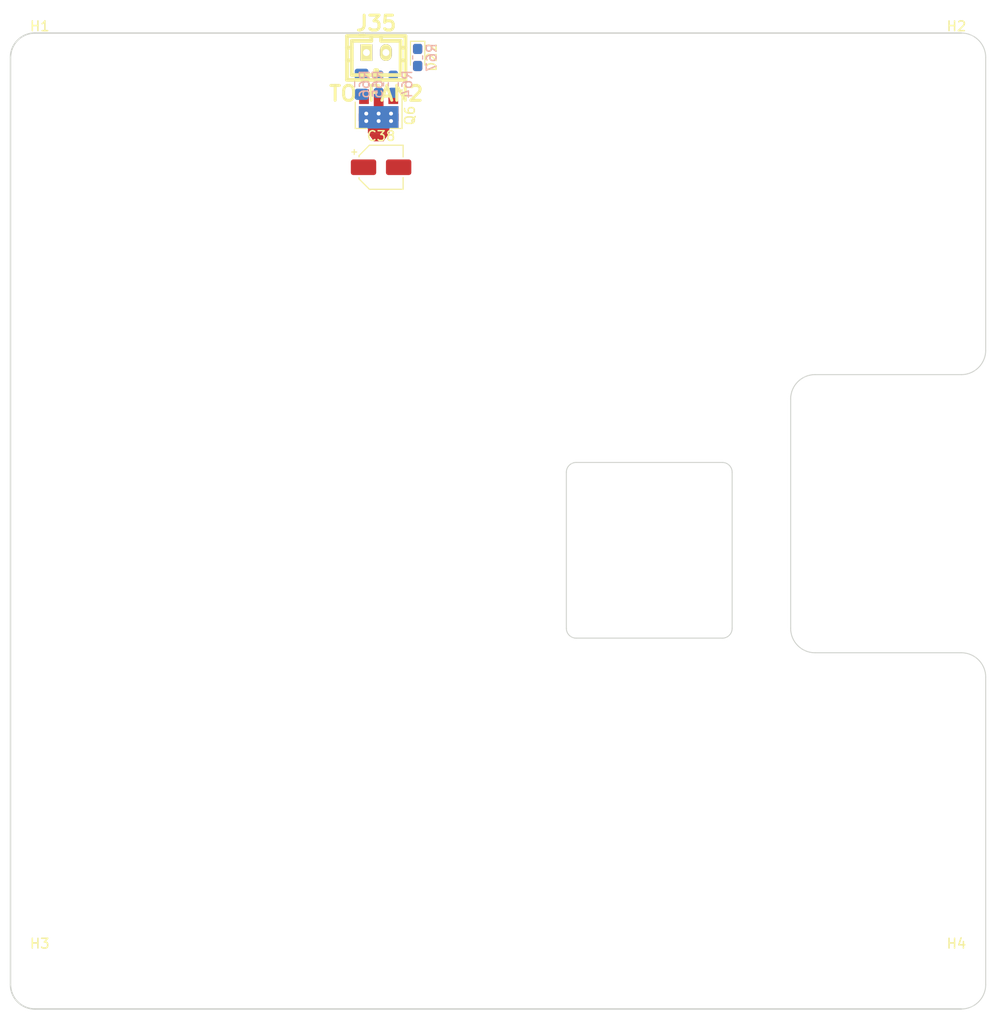
<source format=kicad_pcb>
(kicad_pcb (version 20171130) (host pcbnew 5.0.2-bee76a0~70~ubuntu18.04.1)

  (general
    (thickness 1.6)
    (drawings 24)
    (tracks 0)
    (zones 0)
    (modules 12)
    (nets 8)
  )

  (page A4)
  (layers
    (0 F.Cu signal)
    (31 B.Cu signal)
    (32 B.Adhes user)
    (33 F.Adhes user)
    (34 B.Paste user)
    (35 F.Paste user)
    (36 B.SilkS user)
    (37 F.SilkS user)
    (38 B.Mask user)
    (39 F.Mask user)
    (40 Dwgs.User user)
    (41 Cmts.User user)
    (42 Eco1.User user)
    (43 Eco2.User user)
    (44 Edge.Cuts user)
    (45 Margin user)
    (46 B.CrtYd user)
    (47 F.CrtYd user)
    (48 B.Fab user)
    (49 F.Fab user)
  )

  (setup
    (last_trace_width 0.25)
    (trace_clearance 0.2)
    (zone_clearance 0.508)
    (zone_45_only no)
    (trace_min 0.2)
    (segment_width 0.2)
    (edge_width 0.1)
    (via_size 0.8)
    (via_drill 0.4)
    (via_min_size 0.4)
    (via_min_drill 0.3)
    (uvia_size 0.3)
    (uvia_drill 0.1)
    (uvias_allowed no)
    (uvia_min_size 0.2)
    (uvia_min_drill 0.1)
    (pcb_text_width 0.3)
    (pcb_text_size 1.5 1.5)
    (mod_edge_width 0.15)
    (mod_text_size 1 1)
    (mod_text_width 0.15)
    (pad_size 1.5 1.5)
    (pad_drill 0.6)
    (pad_to_mask_clearance 0)
    (solder_mask_min_width 0.25)
    (aux_axis_origin 0 0)
    (visible_elements FFFFFF7F)
    (pcbplotparams
      (layerselection 0x010fc_ffffffff)
      (usegerberextensions false)
      (usegerberattributes false)
      (usegerberadvancedattributes false)
      (creategerberjobfile false)
      (excludeedgelayer true)
      (linewidth 0.100000)
      (plotframeref false)
      (viasonmask false)
      (mode 1)
      (useauxorigin false)
      (hpglpennumber 1)
      (hpglpenspeed 20)
      (hpglpendiameter 15.000000)
      (psnegative false)
      (psa4output false)
      (plotreference true)
      (plotvalue true)
      (plotinvisibletext false)
      (padsonsilk false)
      (subtractmaskfromsilk false)
      (outputformat 1)
      (mirror false)
      (drillshape 1)
      (scaleselection 1)
      (outputdirectory ""))
  )

  (net 0 "")
  (net 1 GND)
  (net 2 +12V)
  (net 3 "Net-(Q6-Pad2)")
  (net 4 "Net-(Q6-Pad1)")
  (net 5 "Net-(D22-Pad2)")
  (net 6 "Net-(C38-Pad2)")
  (net 7 /FAN_EN)

  (net_class Default "This is the default net class."
    (clearance 0.2)
    (trace_width 0.25)
    (via_dia 0.8)
    (via_drill 0.4)
    (uvia_dia 0.3)
    (uvia_drill 0.1)
    (add_net +12V)
    (add_net /FAN_EN)
    (add_net GND)
    (add_net "Net-(C38-Pad2)")
    (add_net "Net-(D22-Pad2)")
    (add_net "Net-(Q6-Pad1)")
    (add_net "Net-(Q6-Pad2)")
  )

  (module Capacitor_SMD:CP_Elec_4x5.3 (layer F.Cu) (tedit 5BCA39CF) (tstamp 5CE901FC)
    (at 38 13.75)
    (descr "SMD capacitor, aluminum electrolytic, Vishay, 4.0x5.3mm")
    (tags "capacitor electrolytic")
    (path /5CCBFCA7)
    (attr smd)
    (fp_text reference C38 (at 0 -3.2) (layer F.SilkS)
      (effects (font (size 1 1) (thickness 0.15)))
    )
    (fp_text value CP1uf,50V (at 0 3.2) (layer F.Fab)
      (effects (font (size 1 1) (thickness 0.15)))
    )
    (fp_circle (center 0 0) (end 2 0) (layer F.Fab) (width 0.1))
    (fp_line (start 2.15 -2.15) (end 2.15 2.15) (layer F.Fab) (width 0.1))
    (fp_line (start -1.15 -2.15) (end 2.15 -2.15) (layer F.Fab) (width 0.1))
    (fp_line (start -1.15 2.15) (end 2.15 2.15) (layer F.Fab) (width 0.1))
    (fp_line (start -2.15 -1.15) (end -2.15 1.15) (layer F.Fab) (width 0.1))
    (fp_line (start -2.15 -1.15) (end -1.15 -2.15) (layer F.Fab) (width 0.1))
    (fp_line (start -2.15 1.15) (end -1.15 2.15) (layer F.Fab) (width 0.1))
    (fp_line (start -1.574773 -1) (end -1.174773 -1) (layer F.Fab) (width 0.1))
    (fp_line (start -1.374773 -1.2) (end -1.374773 -0.8) (layer F.Fab) (width 0.1))
    (fp_line (start 2.26 2.26) (end 2.26 1.06) (layer F.SilkS) (width 0.12))
    (fp_line (start 2.26 -2.26) (end 2.26 -1.06) (layer F.SilkS) (width 0.12))
    (fp_line (start -1.195563 -2.26) (end 2.26 -2.26) (layer F.SilkS) (width 0.12))
    (fp_line (start -1.195563 2.26) (end 2.26 2.26) (layer F.SilkS) (width 0.12))
    (fp_line (start -2.26 1.195563) (end -2.26 1.06) (layer F.SilkS) (width 0.12))
    (fp_line (start -2.26 -1.195563) (end -2.26 -1.06) (layer F.SilkS) (width 0.12))
    (fp_line (start -2.26 -1.195563) (end -1.195563 -2.26) (layer F.SilkS) (width 0.12))
    (fp_line (start -2.26 1.195563) (end -1.195563 2.26) (layer F.SilkS) (width 0.12))
    (fp_line (start -3 -1.56) (end -2.5 -1.56) (layer F.SilkS) (width 0.12))
    (fp_line (start -2.75 -1.81) (end -2.75 -1.31) (layer F.SilkS) (width 0.12))
    (fp_line (start 2.4 -2.4) (end 2.4 -1.05) (layer F.CrtYd) (width 0.05))
    (fp_line (start 2.4 -1.05) (end 3.35 -1.05) (layer F.CrtYd) (width 0.05))
    (fp_line (start 3.35 -1.05) (end 3.35 1.05) (layer F.CrtYd) (width 0.05))
    (fp_line (start 3.35 1.05) (end 2.4 1.05) (layer F.CrtYd) (width 0.05))
    (fp_line (start 2.4 1.05) (end 2.4 2.4) (layer F.CrtYd) (width 0.05))
    (fp_line (start -1.25 2.4) (end 2.4 2.4) (layer F.CrtYd) (width 0.05))
    (fp_line (start -1.25 -2.4) (end 2.4 -2.4) (layer F.CrtYd) (width 0.05))
    (fp_line (start -2.4 1.25) (end -1.25 2.4) (layer F.CrtYd) (width 0.05))
    (fp_line (start -2.4 -1.25) (end -1.25 -2.4) (layer F.CrtYd) (width 0.05))
    (fp_line (start -2.4 -1.25) (end -2.4 -1.05) (layer F.CrtYd) (width 0.05))
    (fp_line (start -2.4 1.05) (end -2.4 1.25) (layer F.CrtYd) (width 0.05))
    (fp_line (start -2.4 -1.05) (end -3.35 -1.05) (layer F.CrtYd) (width 0.05))
    (fp_line (start -3.35 -1.05) (end -3.35 1.05) (layer F.CrtYd) (width 0.05))
    (fp_line (start -3.35 1.05) (end -2.4 1.05) (layer F.CrtYd) (width 0.05))
    (fp_text user %R (at 0 0) (layer F.Fab)
      (effects (font (size 0.8 0.8) (thickness 0.12)))
    )
    (pad 1 smd roundrect (at -1.8 0) (size 2.6 1.6) (layers F.Cu F.Paste F.Mask) (roundrect_rratio 0.15625)
      (net 2 +12V))
    (pad 2 smd roundrect (at 1.8 0) (size 2.6 1.6) (layers F.Cu F.Paste F.Mask) (roundrect_rratio 0.15625)
      (net 6 "Net-(C38-Pad2)"))
    (model ${KISYS3DMOD}/Capacitor_SMD.3dshapes/CP_Elec_4x5.3.wrl
      (at (xyz 0 0 0))
      (scale (xyz 1 1 1))
      (rotate (xyz 0 0 0))
    )
  )

  (module MountingHole:MountingHole_2.7mm_M2.5 locked (layer F.Cu) (tedit 5CC9656A) (tstamp 5CC97AE5)
    (at 3 97)
    (descr "Mounting Hole 2.7mm, no annular, M2.5")
    (tags "mounting hole 2.7mm no annular m2.5")
    (path /5CC19E46)
    (attr virtual)
    (fp_text reference H3 (at 0 -3.7) (layer F.SilkS)
      (effects (font (size 1 1) (thickness 0.15)))
    )
    (fp_text value MOUNT_M3 (at 0 3.7) (layer F.Fab)
      (effects (font (size 1 1) (thickness 0.15)))
    )
    (fp_text user %R (at 0.3 0) (layer F.Fab)
      (effects (font (size 1 1) (thickness 0.15)))
    )
    (fp_circle (center 0 0) (end 2.7 0) (layer Cmts.User) (width 0.15))
    (fp_circle (center 0 0) (end 2.95 0) (layer F.CrtYd) (width 0.05))
    (pad 1 np_thru_hole circle (at 0 0) (size 2.7 2.7) (drill 2.7) (layers *.Cu *.Mask))
  )

  (module MountingHole:MountingHole_2.7mm_M2.5 locked (layer F.Cu) (tedit 5CC96570) (tstamp 5CCDA043)
    (at 97 97)
    (descr "Mounting Hole 2.7mm, no annular, M2.5")
    (tags "mounting hole 2.7mm no annular m2.5")
    (path /5CC19EB8)
    (attr virtual)
    (fp_text reference H4 (at 0 -3.7) (layer F.SilkS)
      (effects (font (size 1 1) (thickness 0.15)))
    )
    (fp_text value MOUNT_M3 (at 0 3.7) (layer F.Fab)
      (effects (font (size 1 1) (thickness 0.15)))
    )
    (fp_text user %R (at 0.3 0) (layer F.Fab)
      (effects (font (size 1 1) (thickness 0.15)))
    )
    (fp_circle (center 0 0) (end 2.7 0) (layer Cmts.User) (width 0.15))
    (fp_circle (center 0 0) (end 2.95 0) (layer F.CrtYd) (width 0.05))
    (pad 1 np_thru_hole circle (at 0 0) (size 2.7 2.7) (drill 2.7) (layers *.Cu *.Mask))
  )

  (module MountingHole:MountingHole_2.7mm_M2.5 locked (layer F.Cu) (tedit 5CC9655B) (tstamp 5CCDA043)
    (at 3 3)
    (descr "Mounting Hole 2.7mm, no annular, M2.5")
    (tags "mounting hole 2.7mm no annular m2.5")
    (path /5CC19F6E)
    (attr virtual)
    (fp_text reference H1 (at 0 -3.7) (layer F.SilkS)
      (effects (font (size 1 1) (thickness 0.15)))
    )
    (fp_text value MOUNT_M3 (at 0 3.7) (layer F.Fab)
      (effects (font (size 1 1) (thickness 0.15)))
    )
    (fp_text user %R (at 0.3 0) (layer F.Fab)
      (effects (font (size 1 1) (thickness 0.15)))
    )
    (fp_circle (center 0 0) (end 2.7 0) (layer Cmts.User) (width 0.15))
    (fp_circle (center 0 0) (end 2.95 0) (layer F.CrtYd) (width 0.05))
    (pad 1 np_thru_hole circle (at 0 0) (size 2.7 2.7) (drill 2.7) (layers *.Cu *.Mask))
  )

  (module MountingHole:MountingHole_2.7mm_M2.5 locked (layer F.Cu) (tedit 5CC96563) (tstamp 5CCD93C2)
    (at 97 3)
    (descr "Mounting Hole 2.7mm, no annular, M2.5")
    (tags "mounting hole 2.7mm no annular m2.5")
    (path /5CC19F4A)
    (attr virtual)
    (fp_text reference H2 (at 0 -3.7) (layer F.SilkS)
      (effects (font (size 1 1) (thickness 0.15)))
    )
    (fp_text value MOUNT_M3 (at 0 3.7) (layer F.Fab)
      (effects (font (size 1 1) (thickness 0.15)))
    )
    (fp_circle (center 0 0) (end 2.95 0) (layer F.CrtYd) (width 0.05))
    (fp_circle (center 0 0) (end 2.7 0) (layer Cmts.User) (width 0.15))
    (fp_text user %R (at 0.3 0) (layer F.Fab)
      (effects (font (size 1 1) (thickness 0.15)))
    )
    (pad 1 np_thru_hole circle (at 0 0) (size 2.7 2.7) (drill 2.7) (layers *.Cu *.Mask))
  )

  (module LED_SMD:LED_0603_1608Metric_Pad1.05x0.95mm_HandSolder (layer F.Cu) (tedit 5B4B45C9) (tstamp 5CCAA526)
    (at 41.75 2.5 270)
    (descr "LED SMD 0603 (1608 Metric), square (rectangular) end terminal, IPC_7351 nominal, (Body size source: http://www.tortai-tech.com/upload/download/2011102023233369053.pdf), generated with kicad-footprint-generator")
    (tags "LED handsolder")
    (path /5CC24377)
    (attr smd)
    (fp_text reference D22 (at 0 -1.43 270) (layer F.SilkS)
      (effects (font (size 1 1) (thickness 0.15)))
    )
    (fp_text value LED_BLUE,0603 (at 0 1.43 270) (layer F.Fab)
      (effects (font (size 1 1) (thickness 0.15)))
    )
    (fp_line (start 0.8 -0.4) (end -0.5 -0.4) (layer F.Fab) (width 0.1))
    (fp_line (start -0.5 -0.4) (end -0.8 -0.1) (layer F.Fab) (width 0.1))
    (fp_line (start -0.8 -0.1) (end -0.8 0.4) (layer F.Fab) (width 0.1))
    (fp_line (start -0.8 0.4) (end 0.8 0.4) (layer F.Fab) (width 0.1))
    (fp_line (start 0.8 0.4) (end 0.8 -0.4) (layer F.Fab) (width 0.1))
    (fp_line (start 0.8 -0.735) (end -1.66 -0.735) (layer F.SilkS) (width 0.12))
    (fp_line (start -1.66 -0.735) (end -1.66 0.735) (layer F.SilkS) (width 0.12))
    (fp_line (start -1.66 0.735) (end 0.8 0.735) (layer F.SilkS) (width 0.12))
    (fp_line (start -1.65 0.73) (end -1.65 -0.73) (layer F.CrtYd) (width 0.05))
    (fp_line (start -1.65 -0.73) (end 1.65 -0.73) (layer F.CrtYd) (width 0.05))
    (fp_line (start 1.65 -0.73) (end 1.65 0.73) (layer F.CrtYd) (width 0.05))
    (fp_line (start 1.65 0.73) (end -1.65 0.73) (layer F.CrtYd) (width 0.05))
    (fp_text user %R (at 0 0 270) (layer F.Fab)
      (effects (font (size 0.4 0.4) (thickness 0.06)))
    )
    (pad 1 smd roundrect (at -0.875 0 270) (size 1.05 0.95) (layers F.Cu F.Paste F.Mask) (roundrect_rratio 0.25)
      (net 6 "Net-(C38-Pad2)"))
    (pad 2 smd roundrect (at 0.875 0 270) (size 1.05 0.95) (layers F.Cu F.Paste F.Mask) (roundrect_rratio 0.25)
      (net 5 "Net-(D22-Pad2)"))
    (model ${KISYS3DMOD}/LED_SMD.3dshapes/LED_0603_1608Metric.wrl
      (at (xyz 0 0 0))
      (scale (xyz 1 1 1))
      (rotate (xyz 0 0 0))
    )
  )

  (module Resistor_SMD:R_0603_1608Metric_Pad1.05x0.95mm_HandSolder (layer B.Cu) (tedit 5B301BBD) (tstamp 5CCAA169)
    (at 39.25 5.25 90)
    (descr "Resistor SMD 0603 (1608 Metric), square (rectangular) end terminal, IPC_7351 nominal with elongated pad for handsoldering. (Body size source: http://www.tortai-tech.com/upload/download/2011102023233369053.pdf), generated with kicad-footprint-generator")
    (tags "resistor handsolder")
    (path /5CC8A043)
    (attr smd)
    (fp_text reference R64 (at 0 1.43 90) (layer B.SilkS)
      (effects (font (size 1 1) (thickness 0.15)) (justify mirror))
    )
    (fp_text value R100,0805 (at 0 -1.43 90) (layer B.Fab)
      (effects (font (size 1 1) (thickness 0.15)) (justify mirror))
    )
    (fp_text user %R (at 0 0 90) (layer B.Fab)
      (effects (font (size 0.4 0.4) (thickness 0.06)) (justify mirror))
    )
    (fp_line (start 1.65 -0.73) (end -1.65 -0.73) (layer B.CrtYd) (width 0.05))
    (fp_line (start 1.65 0.73) (end 1.65 -0.73) (layer B.CrtYd) (width 0.05))
    (fp_line (start -1.65 0.73) (end 1.65 0.73) (layer B.CrtYd) (width 0.05))
    (fp_line (start -1.65 -0.73) (end -1.65 0.73) (layer B.CrtYd) (width 0.05))
    (fp_line (start -0.171267 -0.51) (end 0.171267 -0.51) (layer B.SilkS) (width 0.12))
    (fp_line (start -0.171267 0.51) (end 0.171267 0.51) (layer B.SilkS) (width 0.12))
    (fp_line (start 0.8 -0.4) (end -0.8 -0.4) (layer B.Fab) (width 0.1))
    (fp_line (start 0.8 0.4) (end 0.8 -0.4) (layer B.Fab) (width 0.1))
    (fp_line (start -0.8 0.4) (end 0.8 0.4) (layer B.Fab) (width 0.1))
    (fp_line (start -0.8 -0.4) (end -0.8 0.4) (layer B.Fab) (width 0.1))
    (pad 2 smd roundrect (at 0.875 0 90) (size 1.05 0.95) (layers B.Cu B.Paste B.Mask) (roundrect_rratio 0.25)
      (net 7 /FAN_EN))
    (pad 1 smd roundrect (at -0.875 0 90) (size 1.05 0.95) (layers B.Cu B.Paste B.Mask) (roundrect_rratio 0.25)
      (net 4 "Net-(Q6-Pad1)"))
    (model ${KISYS3DMOD}/Resistor_SMD.3dshapes/R_0603_1608Metric.wrl
      (at (xyz 0 0 0))
      (scale (xyz 1 1 1))
      (rotate (xyz 0 0 0))
    )
  )

  (module Resistor_SMD:R_0603_1608Metric_Pad1.05x0.95mm_HandSolder (layer B.Cu) (tedit 5B301BBD) (tstamp 5CCAA158)
    (at 37.75 5.25 270)
    (descr "Resistor SMD 0603 (1608 Metric), square (rectangular) end terminal, IPC_7351 nominal with elongated pad for handsoldering. (Body size source: http://www.tortai-tech.com/upload/download/2011102023233369053.pdf), generated with kicad-footprint-generator")
    (tags "resistor handsolder")
    (path /5CC88B15)
    (attr smd)
    (fp_text reference R66 (at 0 1.43 270) (layer B.SilkS)
      (effects (font (size 1 1) (thickness 0.15)) (justify mirror))
    )
    (fp_text value R100,0603 (at 0 -1.43 270) (layer B.Fab)
      (effects (font (size 1 1) (thickness 0.15)) (justify mirror))
    )
    (fp_line (start -0.8 -0.4) (end -0.8 0.4) (layer B.Fab) (width 0.1))
    (fp_line (start -0.8 0.4) (end 0.8 0.4) (layer B.Fab) (width 0.1))
    (fp_line (start 0.8 0.4) (end 0.8 -0.4) (layer B.Fab) (width 0.1))
    (fp_line (start 0.8 -0.4) (end -0.8 -0.4) (layer B.Fab) (width 0.1))
    (fp_line (start -0.171267 0.51) (end 0.171267 0.51) (layer B.SilkS) (width 0.12))
    (fp_line (start -0.171267 -0.51) (end 0.171267 -0.51) (layer B.SilkS) (width 0.12))
    (fp_line (start -1.65 -0.73) (end -1.65 0.73) (layer B.CrtYd) (width 0.05))
    (fp_line (start -1.65 0.73) (end 1.65 0.73) (layer B.CrtYd) (width 0.05))
    (fp_line (start 1.65 0.73) (end 1.65 -0.73) (layer B.CrtYd) (width 0.05))
    (fp_line (start 1.65 -0.73) (end -1.65 -0.73) (layer B.CrtYd) (width 0.05))
    (fp_text user %R (at 0 0 270) (layer B.Fab)
      (effects (font (size 0.4 0.4) (thickness 0.06)) (justify mirror))
    )
    (pad 1 smd roundrect (at -0.875 0 270) (size 1.05 0.95) (layers B.Cu B.Paste B.Mask) (roundrect_rratio 0.25)
      (net 6 "Net-(C38-Pad2)"))
    (pad 2 smd roundrect (at 0.875 0 270) (size 1.05 0.95) (layers B.Cu B.Paste B.Mask) (roundrect_rratio 0.25)
      (net 3 "Net-(Q6-Pad2)"))
    (model ${KISYS3DMOD}/Resistor_SMD.3dshapes/R_0603_1608Metric.wrl
      (at (xyz 0 0 0))
      (scale (xyz 1 1 1))
      (rotate (xyz 0 0 0))
    )
  )

  (module Resistor_SMD:R_0603_1608Metric_Pad1.05x0.95mm_HandSolder (layer B.Cu) (tedit 5B301BBD) (tstamp 5CCAA147)
    (at 41.75 2.5 90)
    (descr "Resistor SMD 0603 (1608 Metric), square (rectangular) end terminal, IPC_7351 nominal with elongated pad for handsoldering. (Body size source: http://www.tortai-tech.com/upload/download/2011102023233369053.pdf), generated with kicad-footprint-generator")
    (tags "resistor handsolder")
    (path /5CC8A036)
    (attr smd)
    (fp_text reference R67 (at 0 1.43 90) (layer B.SilkS)
      (effects (font (size 1 1) (thickness 0.15)) (justify mirror))
    )
    (fp_text value R182,0603 (at 0 -1.43 90) (layer B.Fab)
      (effects (font (size 1 1) (thickness 0.15)) (justify mirror))
    )
    (fp_text user %R (at 0 0 90) (layer B.Fab)
      (effects (font (size 0.4 0.4) (thickness 0.06)) (justify mirror))
    )
    (fp_line (start 1.65 -0.73) (end -1.65 -0.73) (layer B.CrtYd) (width 0.05))
    (fp_line (start 1.65 0.73) (end 1.65 -0.73) (layer B.CrtYd) (width 0.05))
    (fp_line (start -1.65 0.73) (end 1.65 0.73) (layer B.CrtYd) (width 0.05))
    (fp_line (start -1.65 -0.73) (end -1.65 0.73) (layer B.CrtYd) (width 0.05))
    (fp_line (start -0.171267 -0.51) (end 0.171267 -0.51) (layer B.SilkS) (width 0.12))
    (fp_line (start -0.171267 0.51) (end 0.171267 0.51) (layer B.SilkS) (width 0.12))
    (fp_line (start 0.8 -0.4) (end -0.8 -0.4) (layer B.Fab) (width 0.1))
    (fp_line (start 0.8 0.4) (end 0.8 -0.4) (layer B.Fab) (width 0.1))
    (fp_line (start -0.8 0.4) (end 0.8 0.4) (layer B.Fab) (width 0.1))
    (fp_line (start -0.8 -0.4) (end -0.8 0.4) (layer B.Fab) (width 0.1))
    (pad 2 smd roundrect (at 0.875 0 90) (size 1.05 0.95) (layers B.Cu B.Paste B.Mask) (roundrect_rratio 0.25)
      (net 2 +12V))
    (pad 1 smd roundrect (at -0.875 0 90) (size 1.05 0.95) (layers B.Cu B.Paste B.Mask) (roundrect_rratio 0.25)
      (net 5 "Net-(D22-Pad2)"))
    (model ${KISYS3DMOD}/Resistor_SMD.3dshapes/R_0603_1608Metric.wrl
      (at (xyz 0 0 0))
      (scale (xyz 1 1 1))
      (rotate (xyz 0 0 0))
    )
  )

  (module Resistor_SMD:R_0805_2012Metric_Pad1.15x1.40mm_HandSolder (layer B.Cu) (tedit 5B36C52B) (tstamp 5CCA9EE3)
    (at 36 5.25 90)
    (descr "Resistor SMD 0805 (2012 Metric), square (rectangular) end terminal, IPC_7351 nominal with elongated pad for handsoldering. (Body size source: https://docs.google.com/spreadsheets/d/1BsfQQcO9C6DZCsRaXUlFlo91Tg2WpOkGARC1WS5S8t0/edit?usp=sharing), generated with kicad-footprint-generator")
    (tags "resistor handsolder")
    (path /5CC04D61)
    (attr smd)
    (fp_text reference R65 (at 0 1.65 90) (layer B.SilkS)
      (effects (font (size 1 1) (thickness 0.15)) (justify mirror))
    )
    (fp_text value R104,0805 (at 0 -1.65 90) (layer B.Fab)
      (effects (font (size 1 1) (thickness 0.15)) (justify mirror))
    )
    (fp_text user %R (at 0 0 90) (layer B.Fab)
      (effects (font (size 0.5 0.5) (thickness 0.08)) (justify mirror))
    )
    (fp_line (start 1.85 -0.95) (end -1.85 -0.95) (layer B.CrtYd) (width 0.05))
    (fp_line (start 1.85 0.95) (end 1.85 -0.95) (layer B.CrtYd) (width 0.05))
    (fp_line (start -1.85 0.95) (end 1.85 0.95) (layer B.CrtYd) (width 0.05))
    (fp_line (start -1.85 -0.95) (end -1.85 0.95) (layer B.CrtYd) (width 0.05))
    (fp_line (start -0.261252 -0.71) (end 0.261252 -0.71) (layer B.SilkS) (width 0.12))
    (fp_line (start -0.261252 0.71) (end 0.261252 0.71) (layer B.SilkS) (width 0.12))
    (fp_line (start 1 -0.6) (end -1 -0.6) (layer B.Fab) (width 0.1))
    (fp_line (start 1 0.6) (end 1 -0.6) (layer B.Fab) (width 0.1))
    (fp_line (start -1 0.6) (end 1 0.6) (layer B.Fab) (width 0.1))
    (fp_line (start -1 -0.6) (end -1 0.6) (layer B.Fab) (width 0.1))
    (pad 2 smd roundrect (at 1.025 0 90) (size 1.15 1.4) (layers B.Cu B.Paste B.Mask) (roundrect_rratio 0.217391)
      (net 7 /FAN_EN))
    (pad 1 smd roundrect (at -1.025 0 90) (size 1.15 1.4) (layers B.Cu B.Paste B.Mask) (roundrect_rratio 0.217391)
      (net 1 GND))
    (model ${KISYS3DMOD}/Resistor_SMD.3dshapes/R_0805_2012Metric.wrl
      (at (xyz 0 0 0))
      (scale (xyz 1 1 1))
      (rotate (xyz 0 0 0))
    )
  )

  (module footprint-lib:SOT-89-3,thermal_vias (layer F.Cu) (tedit 5CC92A83) (tstamp 5CCA9C8D)
    (at 37.75 8 270)
    (descr SOT-89-3)
    (tags SOT-89-3)
    (path /5CC8A046)
    (attr smd)
    (fp_text reference Q6 (at 0.45 -3.2 270) (layer F.SilkS)
      (effects (font (size 1 1) (thickness 0.15)))
    )
    (fp_text value D882 (at 0.45 3.25 270) (layer F.Fab)
      (effects (font (size 1 1) (thickness 0.15)))
    )
    (fp_text user %R (at 0.38 0) (layer F.Fab)
      (effects (font (size 0.6 0.6) (thickness 0.09)))
    )
    (fp_line (start 1.78 1.2) (end 1.78 2.4) (layer F.SilkS) (width 0.12))
    (fp_line (start 1.78 2.4) (end -0.92 2.4) (layer F.SilkS) (width 0.12))
    (fp_line (start -2.22 -2.4) (end 1.78 -2.4) (layer F.SilkS) (width 0.12))
    (fp_line (start 1.78 -2.4) (end 1.78 -1.2) (layer F.SilkS) (width 0.12))
    (fp_line (start -0.92 -1.51) (end -0.13 -2.3) (layer F.Fab) (width 0.1))
    (fp_line (start 1.68 -2.3) (end 1.68 2.3) (layer F.Fab) (width 0.1))
    (fp_line (start 1.68 2.3) (end -0.92 2.3) (layer F.Fab) (width 0.1))
    (fp_line (start -0.92 2.3) (end -0.92 -1.51) (layer F.Fab) (width 0.1))
    (fp_line (start -0.13 -2.3) (end 1.68 -2.3) (layer F.Fab) (width 0.1))
    (fp_line (start 3.23 -2.55) (end 3.23 2.55) (layer F.CrtYd) (width 0.05))
    (fp_line (start 3.23 -2.55) (end -2.48 -2.55) (layer F.CrtYd) (width 0.05))
    (fp_line (start -2.48 2.55) (end 3.23 2.55) (layer F.CrtYd) (width 0.05))
    (fp_line (start -2.48 2.55) (end -2.48 -2.55) (layer F.CrtYd) (width 0.05))
    (pad 2 smd trapezoid (at 2.667 0 180) (size 1.6 0.85) (rect_delta 0 0.6 ) (layers F.Cu F.Paste F.Mask)
      (net 3 "Net-(Q6-Pad2)"))
    (pad 1 smd rect (at -1.48 -1.5 180) (size 1 1.5) (layers F.Cu F.Paste F.Mask)
      (net 4 "Net-(Q6-Pad1)"))
    (pad 2 smd rect (at -1.3335 0 180) (size 1 1.8) (layers F.Cu F.Paste F.Mask)
      (net 3 "Net-(Q6-Pad2)"))
    (pad 3 smd rect (at -1.48 1.5 180) (size 1 1.5) (layers F.Cu F.Paste F.Mask)
      (net 1 GND))
    (pad 2 smd rect (at 1.3335 0 180) (size 2.2 1.84) (layers F.Cu F.Paste F.Mask)
      (net 3 "Net-(Q6-Pad2)"))
    (pad 2 smd trapezoid (at -0.0762 0) (size 1.5 1) (rect_delta 0 0.7 ) (layers F.Cu F.Paste F.Mask)
      (net 3 "Net-(Q6-Pad2)"))
    (pad 2 thru_hole rect (at 0.254 0 270) (size 1.524 1.524) (drill 0.4) (layers *.Cu *.Mask)
      (net 3 "Net-(Q6-Pad2)"))
    (pad 2 thru_hole rect (at 0.254 -1.27 270) (size 1.524 1.524) (drill 0.4) (layers *.Cu *.Mask)
      (net 3 "Net-(Q6-Pad2)"))
    (pad 2 thru_hole rect (at 0.254 1.27 270) (size 1.524 1.524) (drill 0.4) (layers *.Cu *.Mask)
      (net 3 "Net-(Q6-Pad2)"))
    (pad 2 thru_hole rect (at 1.016 -1.27 270) (size 1.524 1.524) (drill 0.4) (layers *.Cu *.Mask)
      (net 3 "Net-(Q6-Pad2)"))
    (pad 2 thru_hole rect (at 1.016 0 270) (size 1.524 1.524) (drill 0.4) (layers *.Cu *.Mask)
      (net 3 "Net-(Q6-Pad2)"))
    (pad 2 thru_hole rect (at 1.016 1.27 270) (size 1.524 1.524) (drill 0.4) (layers *.Cu *.Mask)
      (net 3 "Net-(Q6-Pad2)"))
    (model ${KISYS3DMOD}/Package_TO_SOT_SMD.3dshapes/SOT-89-3.wrl
      (at (xyz 0 0 0))
      (scale (xyz 1 1 1))
      (rotate (xyz 0 0 0))
    )
  )

  (module footprint-lib:b2b-ph-kl,fan_pwm_out (layer F.Cu) (tedit 0) (tstamp 5CCA9B7C)
    (at 37.5 2)
    (descr "JST PH series connector, B2B-PH-KL")
    (path /5CC8A034)
    (fp_text reference J35 (at 0 -2.99974) (layer F.SilkS)
      (effects (font (size 1.524 1.524) (thickness 0.3048)))
    )
    (fp_text value "TO FAN2" (at 0 4.20116) (layer F.SilkS)
      (effects (font (size 1.524 1.524) (thickness 0.3048)))
    )
    (fp_line (start -2.99974 2.79908) (end 2.99974 2.79908) (layer F.SilkS) (width 0.381))
    (fp_line (start 2.99974 -1.69926) (end -2.99974 -1.69926) (layer F.SilkS) (width 0.381))
    (fp_line (start -1.6002 -1.89992) (end -1.6002 -1.69926) (layer F.SilkS) (width 0.381))
    (fp_line (start -1.30048 -1.89992) (end -1.6002 -1.89992) (layer F.SilkS) (width 0.381))
    (fp_line (start -1.30048 -1.69926) (end -1.30048 -1.89992) (layer F.SilkS) (width 0.381))
    (fp_line (start 2.99974 -1.69926) (end 2.99974 2.79908) (layer F.SilkS) (width 0.381))
    (fp_line (start -2.99974 -1.69926) (end -2.99974 2.79908) (layer F.SilkS) (width 0.381))
    (fp_line (start 0.50038 -1.19888) (end 0.50038 -1.69926) (layer F.SilkS) (width 0.381))
    (fp_line (start 2.49936 -1.19888) (end 0.50038 -1.19888) (layer F.SilkS) (width 0.381))
    (fp_line (start 2.49936 2.30124) (end 2.49936 -1.19888) (layer F.SilkS) (width 0.381))
    (fp_line (start -2.49936 2.30124) (end 2.49936 2.30124) (layer F.SilkS) (width 0.381))
    (fp_line (start -2.49936 -1.19888) (end -2.49936 2.30124) (layer F.SilkS) (width 0.381))
    (fp_line (start -0.50038 -1.19888) (end -2.49936 -1.19888) (layer F.SilkS) (width 0.381))
    (fp_line (start -0.50038 -1.69926) (end -0.50038 -1.19888) (layer F.SilkS) (width 0.381))
    (fp_line (start -2.49936 -0.50038) (end -2.99974 -0.50038) (layer F.SilkS) (width 0.381))
    (fp_line (start -2.49936 0.8001) (end -2.99974 0.8001) (layer F.SilkS) (width 0.381))
    (fp_line (start 2.49936 0.8001) (end 2.99974 0.8001) (layer F.SilkS) (width 0.381))
    (fp_line (start 2.99974 -0.50038) (end 2.49936 -0.50038) (layer F.SilkS) (width 0.381))
    (fp_line (start 0.09906 1.80086) (end 0.09906 2.30124) (layer F.SilkS) (width 0.381))
    (fp_line (start -0.09906 1.80086) (end 0.09906 1.80086) (layer F.SilkS) (width 0.381))
    (fp_line (start -0.09906 2.30124) (end -0.09906 1.80086) (layer F.SilkS) (width 0.381))
    (pad 2 thru_hole oval (at 1.00076 0) (size 1.19888 1.69926) (drill 0.70104) (layers *.Cu *.Mask F.SilkS)
      (net 6 "Net-(C38-Pad2)"))
    (pad 1 thru_hole rect (at -1.00076 0) (size 1.19888 1.69926) (drill 0.70104) (layers *.Cu *.Mask F.SilkS)
      (net 2 +12V))
    (model ${HOME}/_workspace/kicad/kicad_library/smisioto-footprints/modules/packages3d/walter/conn_jst-ph/b2b-ph-kl.wrl
      (at (xyz 0 0 0))
      (scale (xyz 1 1 1))
      (rotate (xyz 0 0 0))
    )
  )

  (gr_arc (start 73 61) (end 73 62) (angle -90) (layer Edge.Cuts) (width 0.1))
  (gr_arc (start 58 61) (end 57 61) (angle -90) (layer Edge.Cuts) (width 0.1))
  (gr_arc (start 58 45) (end 58 44) (angle -90) (layer Edge.Cuts) (width 0.1))
  (gr_arc (start 73 45) (end 74 45) (angle -90) (layer Edge.Cuts) (width 0.1))
  (gr_line (start 57 61) (end 57 45) (layer Edge.Cuts) (width 0.1) (tstamp 5CCBF7A0))
  (gr_line (start 73 62) (end 58 62) (layer Edge.Cuts) (width 0.1) (tstamp 5CCC1B3A))
  (gr_line (start 74 45) (end 74 61) (layer Edge.Cuts) (width 0.1) (tstamp 5CCBF7A3))
  (gr_line (start 58 44) (end 73 44) (layer Edge.Cuts) (width 0.1) (tstamp 5CCBF79D))
  (gr_line (start 100 32.5) (end 100 2.5) (layer Edge.Cuts) (width 0.1) (tstamp 5CDB328F))
  (gr_line (start 100 97.5) (end 100 66) (layer Edge.Cuts) (width 0.1))
  (gr_line (start 82.5 63.5) (end 97.5 63.5) (layer Edge.Cuts) (width 0.1))
  (gr_line (start 80 37.5) (end 80 61) (layer Edge.Cuts) (width 0.1))
  (gr_line (start 82.5 35) (end 97.5 35) (layer Edge.Cuts) (width 0.1))
  (gr_arc (start 82.5 37.5) (end 82.5 35) (angle -90) (layer Edge.Cuts) (width 0.1))
  (gr_arc (start 82.5 61) (end 80 61) (angle -90) (layer Edge.Cuts) (width 0.1))
  (gr_arc (start 97.5 66) (end 100 66) (angle -90) (layer Edge.Cuts) (width 0.1))
  (gr_arc (start 97.5 32.5) (end 97.5 35) (angle -90) (layer Edge.Cuts) (width 0.1))
  (gr_arc (start 2.5 97.5) (end 0 97.5) (angle -90) (layer Edge.Cuts) (width 0.15) (tstamp 5CC1E782))
  (gr_arc (start 97.5 97.5) (end 97.5 100) (angle -90) (layer Edge.Cuts) (width 0.1))
  (gr_arc (start 97.5 2.5) (end 100 2.5) (angle -90) (layer Edge.Cuts) (width 0.1))
  (gr_arc (start 2.5 2.5) (end 2.5 0) (angle -90) (layer Edge.Cuts) (width 0.15) (tstamp 5CC2D8B1))
  (gr_line (start 97.5 0) (end 2.5 0) (layer Edge.Cuts) (width 0.15))
  (gr_line (start 2.5 100) (end 97.5 100) (layer Edge.Cuts) (width 0.15) (tstamp 5CCAFE9E))
  (gr_line (start 0 2.5) (end 0 97.5) (layer Edge.Cuts) (width 0.15))

)

</source>
